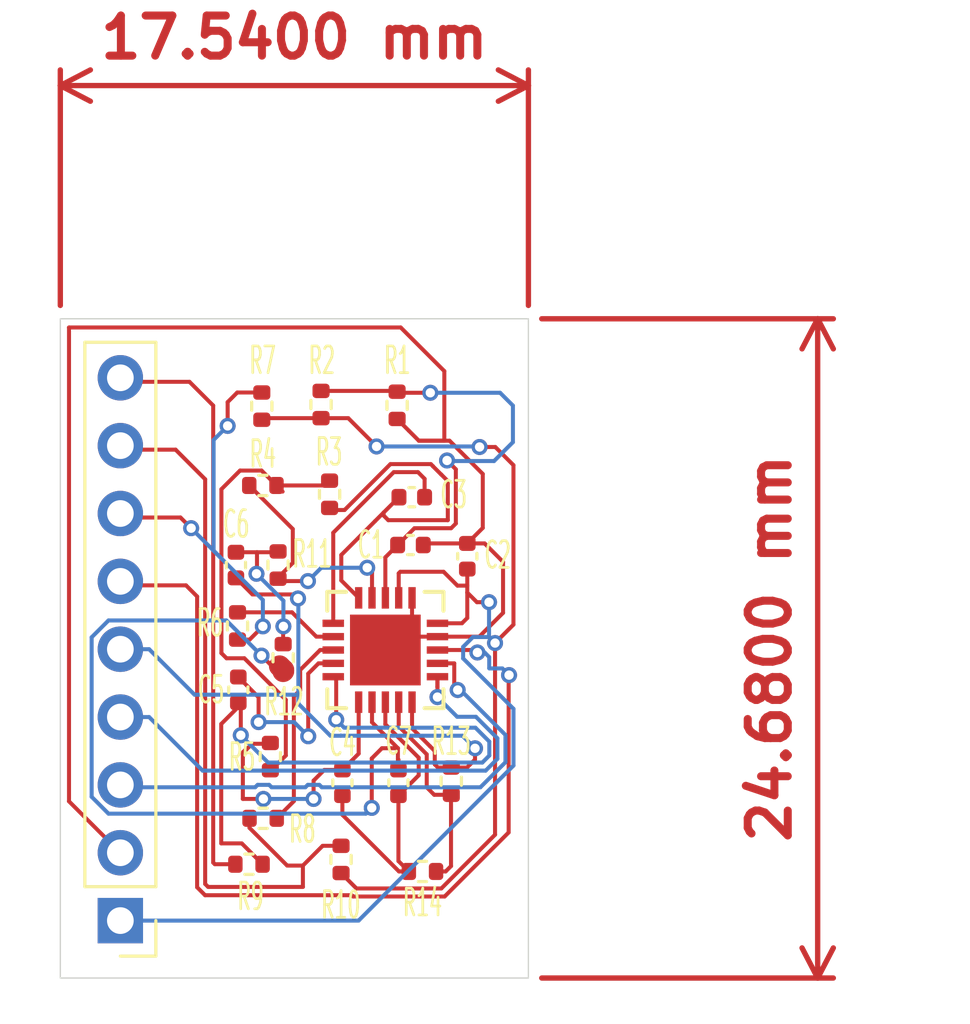
<source format=kicad_pcb>
(kicad_pcb (version 20241229) (generator "pcbnew") (generator_version "9.0")
  (layers (0 "F.Cu" signal) (2 "B.Cu" signal) (13 "F.Paste" user) (15 "B.Paste" user) (5 "F.SilkS" user "F.Silkscreen") (7 "B.SilkS" user "B.Silkscreen") (1 "F.Mask" user) (3 "B.Mask" user) (25 "Edge.Cuts" user))
  (net 0 "")
  (net 1 "GND")
  (net 2 "/REFIN")
  (net 3 "+Vs")
  (net 4 "/HPSENSE")
  (net 5 "/HPDRIVE")
  (net 6 "/REFOUT")
  (net 7 "/SW")
  (net 8 "/RLDFB")
  (net 9 "/RLD")
  (net 10 "Net-(C6-Pad2)")
  (net 11 "/OUT")
  (net 12 "/OPAMP+")
  (net 13 "/LO-")
  (net 14 "/nSDN")
  (net 15 "/+IN")
  (net 16 "/LO+")
  (net 17 "/OPAMP-")
  (net 18 "/IAOUT")
  (net 19 "/-IN")
  (net 20 "/RL")
  (net 21 "/LA")
  (net 22 "/RA")
  (net 23 "Net-(R3-Pad2)")
  (footprint "Capacitor_SMD:C_0402_1005Metric" (layer "F.Cu") (at 133.5 84.2 -90)
    (property "Reference" "C5" (at 0 1.02 180) (layer "F.SilkS") (effects (font (size 1 0.5) (thickness 0.1))))
    (property "Value" "1nF" (hide yes))
    (fp_line (start -0.107836 0.36) (end 0.107836 0.36) (stroke (width 0.12)) (layer "F.SilkS"))
    (fp_line (start -0.107836 -0.36) (end 0.107836 -0.36) (stroke (width 0.12)) (layer "F.SilkS"))
    (pad "1" smd roundrect (at -0.48 0 270) (size 0.56 0.62) (layers "F.Cu" "F.Mask" "F.Paste") (net 8 "/RLDFB"))
    (pad "2" smd roundrect (at 0.48 0 270) (size 0.56 0.62) (layers "F.Cu" "F.Mask" "F.Paste") (net 9 "/RLD"))
  )
  (footprint "Resistor_SMD:R_0402_1005Metric" (layer "F.Cu") (at 137.35 90.55 -90)
    (property "Reference" "R10" (at 1.71 0.01 180) (layer "F.SilkS") (effects (font (size 1 0.5) (thickness 0.1))))
    (property "Value" "10M" (hide yes))
    (fp_line (start -0.153641 0.38) (end 0.153641 0.38) (stroke (width 0.12)) (layer "F.SilkS"))
    (fp_line (start -0.153641 -0.38) (end 0.153641 -0.38) (stroke (width 0.12)) (layer "F.SilkS"))
    (pad "1" smd roundrect (at -0.51 0 270) (size 0.54 0.64) (layers "F.Cu" "F.Mask" "F.Paste") (net 22 "/RA"))
    (pad "2" smd roundrect (at 0.51 0 270) (size 0.54 0.64) (layers "F.Cu" "F.Mask" "F.Paste") (net 3 "+Vs"))
  )
  (footprint "Resistor_SMD:R_0402_1005Metric" (layer "F.Cu") (at 136.6 73.52 -90)
    (property "Reference" "R2" (at -1.65 -0.03 180) (layer "F.SilkS") (effects (font (size 1 0.5) (thickness 0.1))))
    (property "Value" "10M" (hide yes))
    (fp_line (start -0.153641 0.38) (end 0.153641 0.38) (stroke (width 0.12)) (layer "F.SilkS"))
    (fp_line (start -0.153641 -0.38) (end 0.153641 -0.38) (stroke (width 0.12)) (layer "F.SilkS"))
    (pad "1" smd roundrect (at -0.51 0 270) (size 0.54 0.64) (layers "F.Cu" "F.Mask" "F.Paste") (net 2 "/REFIN"))
    (pad "2" smd roundrect (at 0.51 0 270) (size 0.54 0.64) (layers "F.Cu" "F.Mask" "F.Paste") (net 3 "+Vs"))
  )
  (footprint "Capacitor_SMD:C_0402_1005Metric" (layer "F.Cu") (at 137.4 87.68 90)
    (property "Reference" "C4" (at 1.5 0 180) (layer "F.SilkS") (effects (font (size 1 0.5) (thickness 0.1))))
    (property "Value" "0.33uF" (hide yes))
    (fp_line (start -0.107836 -0.36) (end 0.107836 -0.36) (stroke (width 0.12)) (layer "F.SilkS"))
    (fp_line (start -0.107836 0.36) (end 0.107836 0.36) (stroke (width 0.12)) (layer "F.SilkS"))
    (pad "1" smd roundrect (at -0.48 0 90) (size 0.56 0.62) (layers "F.Cu" "F.Mask" "F.Paste") (net 6 "/REFOUT"))
    (pad "2" smd roundrect (at 0.48 0 90) (size 0.56 0.62) (layers "F.Cu" "F.Mask" "F.Paste") (net 7 "/SW"))
  )
  (footprint "Resistor_SMD:R_0402_1005Metric" (layer "F.Cu") (at 134.43 89.01 180)
    (property "Reference" "R8" (at -1.47 -0.41 0) (layer "F.SilkS") (effects (font (size 1 0.5) (thickness 0.1))))
    (property "Value" "180K" (hide yes))
    (fp_line (start -0.153641 0.38) (end 0.153641 0.38) (stroke (width 0.12)) (layer "F.SilkS"))
    (fp_line (start -0.153641 -0.38) (end 0.153641 -0.38) (stroke (width 0.12)) (layer "F.SilkS"))
    (pad "1" smd roundrect (at -0.51 0 180) (size 0.54 0.64) (layers "F.Cu" "F.Mask" "F.Paste") (net 19 "/-IN"))
    (pad "2" smd roundrect (at 0.51 0 180) (size 0.54 0.64) (layers "F.Cu" "F.Mask" "F.Paste") (net 22 "/RA"))
  )
  (footprint "Resistor_SMD:R_0402_1005Metric" (layer "F.Cu") (at 134.38 73.58 -90)
    (property "Reference" "R7" (at -1.71 -0.03 180) (layer "F.SilkS") (effects (font (size 1 0.5) (thickness 0.1) (bold yes))))
    (property "Value" "10M" (hide yes))
    (fp_line (start -0.153641 0.38) (end 0.153641 0.38) (stroke (width 0.12)) (layer "F.SilkS"))
    (fp_line (start -0.153641 -0.38) (end 0.153641 -0.38) (stroke (width 0.12)) (layer "F.SilkS"))
    (pad "1" smd roundrect (at -0.51 0 270) (size 0.54 0.64) (layers "F.Cu" "F.Mask" "F.Paste") (net 21 "/LA"))
    (pad "2" smd roundrect (at 0.51 0 270) (size 0.54 0.64) (layers "F.Cu" "F.Mask" "F.Paste") (net 3 "+Vs"))
  )
  (footprint "Resistor_SMD:R_0402_1005Metric" (layer "F.Cu") (at 134.7 86.7 90)
    (property "Reference" "R5" (at -0.02 -1.06 180) (layer "F.SilkS") (effects (font (size 1 0.5) (thickness 0.1))))
    (property "Value" "1.4M" (hide yes))
    (fp_line (start -0.153641 -0.38) (end 0.153641 -0.38) (stroke (width 0.12)) (layer "F.SilkS"))
    (fp_line (start -0.153641 0.38) (end 0.153641 0.38) (stroke (width 0.12)) (layer "F.SilkS"))
    (pad "1" smd roundrect (at -0.51 0 90) (size 0.54 0.64) (layers "F.Cu" "F.Mask" "F.Paste") (net 23 "Net-(R3-Pad2)"))
    (pad "2" smd roundrect (at 0.51 0 90) (size 0.54 0.64) (layers "F.Cu" "F.Mask" "F.Paste") (net 7 "/SW"))
  )
  (footprint "Capacitor_SMD:C_0402_1005Metric" (layer "F.Cu") (at 142.08 79.2 90)
    (property "Reference" "C2" (at 0.04 1.14 180) (layer "F.SilkS") (effects (font (size 1 0.5) (thickness 0.1))))
    (property "Value" "0.1uF" (hide yes))
    (fp_line (start -0.107836 -0.36) (end 0.107836 -0.36) (stroke (width 0.12)) (layer "F.SilkS"))
    (fp_line (start -0.107836 0.36) (end 0.107836 0.36) (stroke (width 0.12)) (layer "F.SilkS"))
    (pad "1" smd roundrect (at -0.48 0 90) (size 0.56 0.62) (layers "F.Cu" "F.Mask" "F.Paste") (net 3 "+Vs"))
    (pad "2" smd roundrect (at 0.48 0 90) (size 0.56 0.62) (layers "F.Cu" "F.Mask" "F.Paste") (net 1 "GND"))
  )
  (footprint "Resistor_SMD:R_0402_1005Metric" (layer "F.Cu") (at 136.92 76.88 90)
    (property "Reference" "R3" (at 1.58 -0.02 180) (layer "F.SilkS") (effects (font (size 1 0.5) (thickness 0.1))))
    (property "Value" "10M" (hide yes))
    (fp_line (start -0.153641 -0.38) (end 0.153641 -0.38) (stroke (width 0.12)) (layer "F.SilkS"))
    (fp_line (start -0.153641 0.38) (end 0.153641 0.38) (stroke (width 0.12)) (layer "F.SilkS"))
    (pad "1" smd roundrect (at -0.51 0 90) (size 0.54 0.64) (layers "F.Cu" "F.Mask" "F.Paste") (net 4 "/HPSENSE"))
    (pad "2" smd roundrect (at 0.51 0 90) (size 0.54 0.64) (layers "F.Cu" "F.Mask" "F.Paste") (net 23 "Net-(R3-Pad2)"))
  )
  (footprint "Connector_PinHeader_2.54mm:PinHeader_1x09_P2.54mm_Vertical" (layer "F.Cu") (at 129.08 92.84 180)
    (property "Reference" "J1" (hide yes))
    (property "Value" "Conn_01x09" (hide yes))
    (fp_line (start 1.33 1.27) (end 1.33 21.65) (stroke (width 0.12)) (layer "F.SilkS"))
    (fp_line (start -1.33 21.65) (end 1.33 21.65) (stroke (width 0.12)) (layer "F.SilkS"))
    (fp_line (start -1.33 1.27) (end 1.33 1.27) (stroke (width 0.12)) (layer "F.SilkS"))
    (fp_line (start -1.33 1.27) (end -1.33 21.65) (stroke (width 0.12)) (layer "F.SilkS"))
    (fp_line (start -1.33 0) (end -1.33 -1.33) (stroke (width 0.12)) (layer "F.SilkS"))
    (fp_line (start -1.33 -1.33) (end 0 -1.33) (stroke (width 0.12)) (layer "F.SilkS"))
    (pad "1" thru_hole rect (at 0 0 180) (size 1.7 1.7) (drill 1) (layers "*.Cu" "*.Mask") (net 3 "+Vs"))
    (pad "2" thru_hole oval (at 0 2.54 180) (size 1.7 1.7) (drill 1) (layers "*.Cu" "*.Mask") (net 1 "GND"))
    (pad "3" thru_hole oval (at 0 5.08 180) (size 1.7 1.7) (drill 1) (layers "*.Cu" "*.Mask") (net 16 "/LO+"))
    (pad "4" thru_hole oval (at 0 7.62 180) (size 1.7 1.7) (drill 1) (layers "*.Cu" "*.Mask") (net 13 "/LO-"))
    (pad "5" thru_hole oval (at 0 10.16 180) (size 1.7 1.7) (drill 1) (layers "*.Cu" "*.Mask") (net 11 "/OUT"))
    (pad "6" thru_hole oval (at 0 12.7 180) (size 1.7 1.7) (drill 1) (layers "*.Cu" "*.Mask") (net 14 "/nSDN"))
    (pad "7" thru_hole oval (at 0 15.24 180) (size 1.7 1.7) (drill 1) (layers "*.Cu" "*.Mask") (net 21 "/LA"))
    (pad "8" thru_hole oval (at 0 17.78 180) (size 1.7 1.7) (drill 1) (layers "*.Cu" "*.Mask") (net 22 "/RA"))
    (pad "9" thru_hole oval (at 0 20.32 180) (size 1.7 1.7) (drill 1) (layers "*.Cu" "*.Mask") (net 20 "/RL"))
  )
  (footprint "Capacitor_SMD:C_0402_1005Metric" (layer "F.Cu") (at 133.41 79.53 90)
    (property "Reference" "C6" (at 1.53 0.01 180) (layer "F.SilkS") (effects (font (size 1 0.5) (thickness 0.1))))
    (property "Value" "1.5nF" (hide yes))
    (fp_line (start -0.107836 -0.36) (end 0.107836 -0.36) (stroke (width 0.12)) (layer "F.SilkS"))
    (fp_line (start -0.107836 0.36) (end 0.107836 0.36) (stroke (width 0.12)) (layer "F.SilkS"))
    (pad "1" smd roundrect (at -0.48 0 90) (size 0.56 0.62) (layers "F.Cu" "F.Mask" "F.Paste") (net 11 "/OUT"))
    (pad "2" smd roundrect (at 0.48 0 90) (size 0.56 0.62) (layers "F.Cu" "F.Mask" "F.Paste") (net 10 "Net-(C6-Pad2)"))
  )
  (footprint "Capacitor_SMD:C_0402_1005Metric" (layer "F.Cu") (at 139.95 78.78)
    (property "Reference" "C1" (at -1.48 0 180) (layer "F.SilkS") (effects (font (size 1 0.5) (thickness 0.1))))
    (property "Value" "0.1uF" (hide yes))
    (fp_line (start -0.107836 -0.36) (end 0.107836 -0.36) (stroke (width 0.12)) (layer "F.SilkS"))
    (fp_line (start -0.107836 0.36) (end 0.107836 0.36) (stroke (width 0.12)) (layer "F.SilkS"))
    (pad "1" smd roundrect (at -0.48 0) (size 0.56 0.62) (layers "F.Cu" "F.Mask" "F.Paste") (net 2 "/REFIN"))
    (pad "2" smd roundrect (at 0.48 0) (size 0.56 0.62) (layers "F.Cu" "F.Mask" "F.Paste") (net 1 "GND"))
  )
  (footprint "Resistor_SMD:R_0402_1005Metric" (layer "F.Cu") (at 133.47 81.81 90)
    (property "Reference" "R6" (at 0.11 -1.03 180) (layer "F.SilkS") (effects (font (size 1 0.5) (thickness 0.1))))
    (property "Value" "180K" (hide yes))
    (fp_line (start -0.153641 -0.38) (end 0.153641 -0.38) (stroke (width 0.12)) (layer "F.SilkS"))
    (fp_line (start -0.153641 0.38) (end 0.153641 0.38) (stroke (width 0.12)) (layer "F.SilkS"))
    (pad "1" smd roundrect (at -0.51 0 90) (size 0.54 0.64) (layers "F.Cu" "F.Mask" "F.Paste") (net 21 "/LA"))
    (pad "2" smd roundrect (at 0.51 0 90) (size 0.54 0.64) (layers "F.Cu" "F.Mask" "F.Paste") (net 15 "/+IN"))
  )
  (footprint "Resistor_SMD:R_0402_1005Metric" (layer "F.Cu") (at 134.42 76.55)
    (property "Reference" "R4" (at 0 -1.17 0) (layer "F.SilkS") (effects (font (size 1 0.5) (thickness 0.1))))
    (property "Value" "10M" (hide yes))
    (fp_line (start -0.153641 -0.38) (end 0.153641 -0.38) (stroke (width 0.12)) (layer "F.SilkS"))
    (fp_line (start -0.153641 0.38) (end 0.153641 0.38) (stroke (width 0.12)) (layer "F.SilkS"))
    (pad "1" smd roundrect (at -0.51 0) (size 0.54 0.64) (layers "F.Cu" "F.Mask" "F.Paste") (net 18 "/IAOUT"))
    (pad "2" smd roundrect (at 0.51 0) (size 0.54 0.64) (layers "F.Cu" "F.Mask" "F.Paste") (net 23 "Net-(R3-Pad2)"))
  )
  (footprint "Resistor_SMD:R_0402_1005Metric" (layer "F.Cu") (at 135.18 83 -90)
    (property "Reference" "R12" (at 1.65 -0.03 180) (layer "F.SilkS") (effects (font (size 1 0.5) (thickness 0.1))))
    (property "Value" "1M" (hide yes))
    (fp_line (start -0.153641 0.38) (end 0.153641 0.38) (stroke (width 0.12)) (layer "F.SilkS"))
    (fp_line (start -0.153641 -0.38) (end 0.153641 -0.38) (stroke (width 0.12)) (layer "F.SilkS"))
    (pad "1" smd roundrect (at -0.51 0 270) (size 0.54 0.64) (layers "F.Cu" "F.Mask" "F.Paste") (net 10 "Net-(C6-Pad2)"))
    (pad "2" smd roundrect (at 0.51 0 270) (size 0.54 0.64) (layers "F.Cu" "F.Mask" "F.Paste") (net 12 "/OPAMP+"))
  )
  (footprint "Resistor_SMD:R_0402_1005Metric" (layer "F.Cu") (at 139.45 73.55 -90)
    (property "Reference" "R1" (at -1.68 -0.01 180) (layer "F.SilkS") (effects (font (size 1 0.5) (thickness 0.1))))
    (property "Value" "10M" (hide yes))
    (fp_line (start -0.153641 0.38) (end 0.153641 0.38) (stroke (width 0.12)) (layer "F.SilkS"))
    (fp_line (start -0.153641 -0.38) (end 0.153641 -0.38) (stroke (width 0.12)) (layer "F.SilkS"))
    (pad "1" smd roundrect (at -0.51 0 270) (size 0.54 0.64) (layers "F.Cu" "F.Mask" "F.Paste") (net 2 "/REFIN"))
    (pad "2" smd roundrect (at 0.51 0 270) (size 0.54 0.64) (layers "F.Cu" "F.Mask" "F.Paste") (net 1 "GND"))
  )
  (footprint "Capacitor_SMD:C_0402_1005Metric" (layer "F.Cu") (at 139.5 87.68 90)
    (property "Reference" "C7" (at 1.55 0.01 180) (layer "F.SilkS") (effects (font (size 1 0.5) (thickness 0.1))))
    (property "Value" "10nF" (hide yes))
    (fp_line (start -0.107836 -0.36) (end 0.107836 -0.36) (stroke (width 0.12)) (layer "F.SilkS"))
    (fp_line (start -0.107836 0.36) (end 0.107836 0.36) (stroke (width 0.12)) (layer "F.SilkS"))
    (pad "1" smd roundrect (at -0.48 0 90) (size 0.56 0.62) (layers "F.Cu" "F.Mask" "F.Paste") (net 6 "/REFOUT"))
    (pad "2" smd roundrect (at 0.48 0 90) (size 0.56 0.62) (layers "F.Cu" "F.Mask" "F.Paste") (net 12 "/OPAMP+"))
  )
  (footprint "Resistor_SMD:R_0402_1005Metric" (layer "F.Cu") (at 133.9 90.73)
    (property "Reference" "R9" (at 0.06 1.21 0) (layer "F.SilkS") (effects (font (size 1 0.5) (thickness 0.1))))
    (property "Value" "360K" (hide yes))
    (fp_line (start -0.153641 -0.38) (end 0.153641 -0.38) (stroke (width 0.12)) (layer "F.SilkS"))
    (fp_line (start -0.153641 0.38) (end 0.153641 0.38) (stroke (width 0.12)) (layer "F.SilkS"))
    (pad "1" smd roundrect (at -0.51 0) (size 0.54 0.64) (layers "F.Cu" "F.Mask" "F.Paste") (net 20 "/RL"))
    (pad "2" smd roundrect (at 0.51 0) (size 0.54 0.64) (layers "F.Cu" "F.Mask" "F.Paste") (net 9 "/RLD"))
  )
  (footprint "Resistor_SMD:R_0402_1005Metric" (layer "F.Cu") (at 140.4 91)
    (property "Reference" "R14" (at 0 1.17 0) (layer "F.SilkS") (effects (font (size 1 0.5) (thickness 0.1))))
    (property "Value" "100K" (hide yes))
    (fp_line (start -0.153641 -0.38) (end 0.153641 -0.38) (stroke (width 0.12)) (layer "F.SilkS"))
    (fp_line (start -0.153641 0.38) (end 0.153641 0.38) (stroke (width 0.12)) (layer "F.SilkS"))
    (pad "1" smd roundrect (at -0.51 0) (size 0.54 0.64) (layers "F.Cu" "F.Mask" "F.Paste") (net 6 "/REFOUT"))
    (pad "2" smd roundrect (at 0.51 0) (size 0.54 0.64) (layers "F.Cu" "F.Mask" "F.Paste") (net 17 "/OPAMP-"))
  )
  (footprint "Resistor_SMD:R_0402_1005Metric" (layer "F.Cu") (at 141.48 87.62 90)
    (property "Reference" "R13" (at 1.49 0 0) (layer "F.SilkS") (effects (font (size 1 0.5) (thickness 0.1))))
    (property "Value" "1M" (hide yes))
    (fp_line (start -0.153641 -0.38) (end 0.153641 -0.38) (stroke (width 0.12)) (layer "F.SilkS"))
    (fp_line (start -0.153641 0.38) (end 0.153641 0.38) (stroke (width 0.12)) (layer "F.SilkS"))
    (pad "1" smd roundrect (at -0.51 0 90) (size 0.54 0.64) (layers "F.Cu" "F.Mask" "F.Paste") (net 17 "/OPAMP-"))
    (pad "2" smd roundrect (at 0.51 0 90) (size 0.54 0.64) (layers "F.Cu" "F.Mask" "F.Paste") (net 11 "/OUT"))
  )
  (footprint "Capacitor_SMD:C_0402_1005Metric" (layer "F.Cu") (at 140 76.99)
    (property "Reference" "C3" (at 1.57 -0.09 0) (layer "F.SilkS") (effects (font (size 1 0.5) (thickness 0.1))))
    (property "Value" "0.33uF" (hide yes))
    (fp_line (start -0.107836 -0.36) (end 0.107836 -0.36) (stroke (width 0.12)) (layer "F.SilkS"))
    (fp_line (start -0.107836 0.36) (end 0.107836 0.36) (stroke (width 0.12)) (layer "F.SilkS"))
    (pad "1" smd roundrect (at -0.48 0) (size 0.56 0.62) (layers "F.Cu" "F.Mask" "F.Paste") (net 4 "/HPSENSE"))
    (pad "2" smd roundrect (at 0.48 0) (size 0.56 0.62) (layers "F.Cu" "F.Mask" "F.Paste") (net 5 "/HPDRIVE"))
  )
  (footprint "Resistor_SMD:R_0402_1005Metric" (layer "F.Cu") (at 134.99 79.53 90)
    (property "Reference" "R11" (at 0.41 1.27 180) (layer "F.SilkS") (effects (font (size 1 0.5) (thickness 0.1))))
    (property "Value" "1M" (hide yes))
    (fp_line (start -0.153641 -0.38) (end 0.153641 -0.38) (stroke (width 0.12)) (layer "F.SilkS"))
    (fp_line (start -0.153641 0.38) (end 0.153641 0.38) (stroke (width 0.12)) (layer "F.SilkS"))
    (pad "1" smd roundrect (at -0.51 0 90) (size 0.54 0.64) (layers "F.Cu" "F.Mask" "F.Paste") (net 18 "/IAOUT"))
    (pad "2" smd roundrect (at 0.51 0 90) (size 0.54 0.64) (layers "F.Cu" "F.Mask" "F.Paste") (net 10 "Net-(C6-Pad2)"))
  )
  (footprint "myLibrary:CP_20_10_ADI" (layer "F.Cu") (at 139.01 82.71 90)
    (property "Reference" "IC1" (hide yes))
    (property "Value" "AD8232ACPZ-R7" (hide yes))
    (fp_line (start 2.177 -2.177) (end 1.470041 -2.177) (stroke (width 0.1524)) (layer "F.SilkS"))
    (fp_line (start -1.470041 -2.177) (end -2.177 -2.177) (stroke (width 0.1524)) (layer "F.SilkS"))
    (fp_line (start -2.177 -2.177) (end -2.177 -1.470041) (stroke (width 0.1524)) (layer "F.SilkS"))
    (fp_line (start 2.177 -1.470041) (end 2.177 -2.177) (stroke (width 0.1524)) (layer "F.SilkS"))
    (fp_line (start -2.177 1.470041) (end -2.177 2.177) (stroke (width 0.1524)) (layer "F.SilkS"))
    (fp_line (start 2.177 2.177) (end 2.177 1.470041) (stroke (width 0.1524)) (layer "F.SilkS"))
    (fp_line (start 1.470041 2.177) (end 2.177 2.177) (stroke (width 0.1524)) (layer "F.SilkS"))
    (fp_line (start -2.177 2.177) (end -1.470041 2.177) (stroke (width 0.1524)) (layer "F.SilkS"))
    (pad "1" smd rect (at 1.000001 -1.952399 90) (size 0.2746 0.8048) (layers "F.Cu" "F.Mask" "F.Paste") (net 5 "/HPDRIVE"))
    (pad "2" smd rect (at 0.499999 -1.952399 90) (size 0.2746 0.8048) (layers "F.Cu" "F.Mask" "F.Paste") (net 15 "/+IN"))
    (pad "3" smd rect (at 0 -1.952399 90) (size 0.2746 0.8048) (layers "F.Cu" "F.Mask" "F.Paste") (net 19 "/-IN"))
    (pad "4" smd rect (at -0.499999 -1.952399 90) (size 0.2746 0.8048) (layers "F.Cu" "F.Mask" "F.Paste") (net 8 "/RLDFB"))
    (pad "5" smd rect (at -1.000001 -1.952399 90) (size 0.2746 0.8048) (layers "F.Cu" "F.Mask" "F.Paste") (net 9 "/RLD"))
    (pad "6" smd rect (at -1.952399 -1.000001 180) (size 0.2746 0.8048) (layers "F.Cu" "F.Mask" "F.Paste") (net 7 "/SW"))
    (pad "7" smd rect (at -1.952399 -0.499999 180) (size 0.2746 0.8048) (layers "F.Cu" "F.Mask" "F.Paste") (net 12 "/OPAMP+"))
    (pad "8" smd rect (at -1.952399 0 180) (size 0.2746 0.8048) (layers "F.Cu" "F.Mask" "F.Paste") (net 6 "/REFOUT"))
    (pad "9" smd rect (at -1.952399 0.499999 180) (size 0.2746 0.8048) (layers "F.Cu" "F.Mask" "F.Paste") (net 17 "/OPAMP-"))
    (pad "10" smd rect (at -1.952399 1.000001 180) (size 0.2746 0.8048) (layers "F.Cu" "F.Mask" "F.Paste") (net 11 "/OUT"))
    (pad "11" smd rect (at -1.000001 1.952399 90) (size 0.2746 0.8048) (layers "F.Cu" "F.Mask" "F.Paste") (net 13 "/LO-"))
    (pad "12" smd rect (at -0.499999 1.952399 90) (size 0.2746 0.8048) (layers "F.Cu" "F.Mask" "F.Paste") (net 16 "/LO+"))
    (pad "13" smd rect (at 0 1.952399 90) (size 0.2746 0.8048) (layers "F.Cu" "F.Mask" "F.Paste") (net 14 "/nSDN"))
    (pad "14" smd rect (at 0.499999 1.952399 90) (size 0.2746 0.8048) (layers "F.Cu" "F.Mask" "F.Paste") (net 1 "GND"))
    (pad "15" smd rect (at 1.000001 1.952399 90) (size 0.2746 0.8048) (layers "F.Cu" "F.Mask" "F.Paste") (net 3 "+Vs"))
    (pad "16" smd rect (at 1.952399 1.000001 180) (size 0.2746 0.8048) (layers "F.Cu" "F.Mask" "F.Paste") (net 1 "GND"))
    (pad "17" smd rect (at 1.952399 0.499999 180) (size 0.2746 0.8048) (layers "F.Cu" "F.Mask" "F.Paste") (net 3 "+Vs"))
    (pad "18" smd rect (at 1.952399 0 180) (size 0.2746 0.8048) (layers "F.Cu" "F.Mask" "F.Paste") (net 2 "/REFIN"))
    (pad "19" smd rect (at 1.952399 -0.499999 180) (size 0.2746 0.8048) (layers "F.Cu" "F.Mask" "F.Paste") (net 18 "/IAOUT"))
    (pad "20" smd rect (at 1.952399 -1.000001 180) (size 0.2746 0.8048) (layers "F.Cu" "F.Mask" "F.Paste") (net 4 "/HPSENSE"))
    (pad "21" smd rect (at 0 0 90) (size 2.65 2.65) (layers "F.Cu" "F.Mask" "F.Paste") (net 1 "GND"))
  )
  (gr_rect (start 126.83 70.31) (end 144.37 94.99) (stroke (width 0.05)) (fill no) (layer "Edge.Cuts"))
  (dimension (type orthogonal) (layer "F.Cu") (pts (xy 144.37 70.31) (xy 144.37 94.99)) (height 10.84) (orientation 1) (format (prefix "") (suffix "") (units 3) (units_format 1) (precision 4)) (style (thickness 0.2) (arrow_length 1.27) (text_position_mode 0) (arrow_direction outward) (extension_height 0.58642) (extension_offset 0.5) (keep_text_aligned yes)) (gr_text "24.6800 mm" (at 153.41 82.65 90) (layer "F.Cu") (effects (font (size 1.5 1.5) (thickness 0.3)))))
  (dimension (type orthogonal) (layer "F.Cu") (pts (xy 144.37 70.31) (xy 126.83 70.31)) (height -8.73) (orientation 0) (format (prefix "") (suffix "") (units 3) (units_format 1) (precision 4)) (style (thickness 0.2) (arrow_length 1.27) (text_position_mode 0) (arrow_direction outward) (extension_height 0.58642) (extension_offset 0.5) (keep_text_aligned yes)) (gr_text "17.5400 mm" (at 135.6 59.78 0) (layer "F.Cu") (effects (font (size 1.5 1.5) (thickness 0.3)))))
  (segment (start 142.66 76.12) (end 142.66 78.14) (width 0.15) (layer "F.Cu") (net 1))
  (segment (start 139.586 70.636) (end 141.22 72.27) (width 0.15) (layer "F.Cu") (net 1))
  (segment (start 142.08 78.72) (end 140.49 78.72) (width 0.15) (layer "F.Cu") (net 1))
  (segment (start 139.45 74.06) (end 139.889 74.4989) (width 0.15) (layer "F.Cu") (net 1))
  (segment (start 141.22 74.875) (end 140.265 74.875) (width 0.15) (layer "F.Cu") (net 1))
  (segment (start 139.51 82.21) (end 140.9624 82.21) (width 0.15) (layer "F.Cu") (net 1))
  (segment (start 143.42 79.41) (end 142.73 78.72) (width 0.15) (layer "F.Cu") (net 1))
  (segment (start 141.22 74.875) (end 141.415 74.875) (width 0.15) (layer "F.Cu") (net 1))
  (segment (start 142.53 82.21) (end 143.42 81.32) (width 0.15) (layer "F.Cu") (net 1))
  (segment (start 140.01 81.71) (end 139.51 82.21) (width 0.15) (layer "F.Cu") (net 1))
  (segment (start 141.415 74.875) (end 142.66 76.12) (width 0.15) (layer "F.Cu") (net 1))
  (segment (start 139.889 74.4989) (end 140.265 74.875) (width 0.15) (layer "F.Cu") (net 1))
  (segment (start 140.9624 82.21) (end 142.53 82.21) (width 0.15) (layer "F.Cu") (net 1))
  (segment (start 143.42 81.32) (end 143.42 79.41) (width 0.15) (layer "F.Cu") (net 1))
  (segment (start 142.66 78.14) (end 142.08 78.72) (width 0.15) (layer "F.Cu") (net 1))
  (segment (start 140.49 78.72) (end 140.43 78.78) (width 0.15) (layer "F.Cu") (net 1))
  (segment (start 140.01 80.7576) (end 140.01 81.71) (width 0.15) (layer "F.Cu") (net 1))
  (segment (start 127.156 88.376) (end 127.156 70.636) (width 0.15) (layer "F.Cu") (net 1))
  (segment (start 142.73 78.72) (end 142.08 78.72) (width 0.15) (layer "F.Cu") (net 1))
  (segment (start 127.156 70.636) (end 139.586 70.636) (width 0.15) (layer "F.Cu") (net 1))
  (segment (start 129.08 90.3) (end 127.156 88.376) (width 0.15) (layer "F.Cu") (net 1))
  (segment (start 139.51 82.21) (end 139.26 82.46) (width 0.15) (layer "F.Cu") (net 1))
  (segment (start 139.26 82.46) (end 139.01 82.71) (width 0.15) (layer "F.Cu") (net 1))
  (segment (start 139.01 82.71) (end 139.26 82.46) (width 0.15) (layer "F.Cu") (net 1))
  (segment (start 139.26 82.46) (end 139.51 82.21) (width 0.15) (layer "F.Cu") (net 1))
  (segment (start 141.22 72.27) (end 141.22 74.875) (width 0.15) (layer "F.Cu") (net 1))
  (segment (start 140.265 74.875) (end 141.22 74.875) (width 0.15) (layer "F.Cu") (net 1))
  (segment (start 139.47 78.78) (end 140.099 78.151) (width 0.15) (layer "F.Cu") (net 2))
  (segment (start 140.099 78.151) (end 141.475 78.151) (width 0.15) (layer "F.Cu") (net 2))
  (segment (start 141.651 77.9747) (end 141.651 75.9445) (width 0.15) (layer "F.Cu") (net 2))
  (segment (start 140.695 73.08) (end 139.49 73.08) (width 0.15) (layer "F.Cu") (net 2))
  (segment (start 141.475 78.151) (end 141.651 77.9747) (width 0.15) (layer "F.Cu") (net 2))
  (segment (start 136.6 73.01) (end 139.42 73.01) (width 0.15) (layer "F.Cu") (net 2))
  (segment (start 139.01 79.24) (end 139.01 80.7576) (width 0.15) (layer "F.Cu") (net 2))
  (segment (start 139.47 78.78) (end 139.01 79.24) (width 0.15) (layer "F.Cu") (net 2))
  (segment (start 139.42 73.01) (end 139.45 73.04) (width 0.15) (layer "F.Cu") (net 2))
  (segment (start 139.49 73.08) (end 139.45 73.04) (width 0.15) (layer "F.Cu") (net 2))
  (segment (start 141.651 75.9445) (end 141.321 75.615) (width 0.15) (layer "F.Cu") (net 2))
  (via (at 141.321 75.615) (size 0.6) (drill 0.35) (layers "F.Cu" "B.Cu") (net 2))
  (via (at 140.695 73.08) (size 0.6) (drill 0.35) (layers "F.Cu" "B.Cu") (net 2))
  (segment (start 143.79 74.93) (end 143.79 73.56) (width 0.15) (layer "B.Cu") (net 2))
  (segment (start 141.321 75.615) (end 141.342 75.636) (width 0.15) (layer "B.Cu") (net 2))
  (segment (start 143.31 73.08) (end 140.695 73.08) (width 0.15) (layer "B.Cu") (net 2))
  (segment (start 143.084 75.636) (end 143.79 74.93) (width 0.15) (layer "B.Cu") (net 2))
  (segment (start 141.342 75.636) (end 143.084 75.636) (width 0.15) (layer "B.Cu") (net 2))
  (segment (start 143.79 73.56) (end 143.31 73.08) (width 0.15) (layer "B.Cu") (net 2))
  (segment (start 137.62 74.03) (end 138.68 75.09) (width 0.15) (layer "F.Cu") (net 3))
  (segment (start 143.13 75.11) (end 143.81 75.79) (width 0.15) (layer "F.Cu") (net 3))
  (segment (start 141.107 91.6371) (end 143.12 89.6243) (width 0.15) (layer "F.Cu") (net 3))
  (segment (start 139.51 79.84) (end 139.51 80.7576) (width 0.15) (layer "F.Cu") (net 3))
  (segment (start 137.35 91.06) (end 137.927 91.6371) (width 0.15) (layer "F.Cu") (net 3))
  (segment (start 142.08 79.68) (end 142.08 80.3) (width 0.15) (layer "F.Cu") (net 3))
  (segment (start 142.08 80.3) (end 142.08 80.56) (width 0.15) (layer "F.Cu") (net 3))
  (segment (start 143.81 81.76) (end 143.12 82.45) (width 0.15) (layer "F.Cu") (net 3))
  (segment (start 142.895 80.92) (end 142.44 80.92) (width 0.15) (layer "F.Cu") (net 3))
  (segment (start 142.08 81.51) (end 141.88 81.71) (width 0.15) (layer "F.Cu") (net 3))
  (segment (start 137.927 91.6371) (end 141.107 91.6371) (width 0.15) (layer "F.Cu") (net 3))
  (segment (start 141.88 81.71) (end 140.9624 81.71) (width 0.15) (layer "F.Cu") (net 3))
  (segment (start 142.08 80.56) (end 142.08 81.51) (width 0.15) (layer "F.Cu") (net 3))
  (segment (start 142.54 75.11) (end 143.13 75.11) (width 0.15) (layer "F.Cu") (net 3))
  (segment (start 142.08 80.3) (end 141.71 80.3) (width 0.15) (layer "F.Cu") (net 3))
  (segment (start 134.44 74.03) (end 134.38 74.09) (width 0.15) (layer "F.Cu") (net 3))
  (segment (start 141.71 80.3) (end 141.19 79.78) (width 0.15) (layer "F.Cu") (net 3))
  (segment (start 139.57 79.78) (end 139.51 79.84) (width 0.15) (layer "F.Cu") (net 3))
  (segment (start 140.9624 81.71) (end 140.962 81.71) (width 0.15) (layer "F.Cu") (net 3))
  (segment (start 142.44 80.92) (end 142.08 80.56) (width 0.15) (layer "F.Cu") (net 3))
  (segment (start 143.12 89.6243) (end 143.12 82.45) (width 0.15) (layer "F.Cu") (net 3))
  (segment (start 141.19 79.78) (end 139.57 79.78) (width 0.15) (layer "F.Cu") (net 3))
  (segment (start 136.6 74.03) (end 134.44 74.03) (width 0.15) (layer "F.Cu") (net 3))
  (segment (start 143.81 75.79) (end 143.81 81.76) (width 0.15) (layer "F.Cu") (net 3))
  (segment (start 136.6 74.03) (end 137.62 74.03) (width 0.15) (layer "F.Cu") (net 3))
  (via (at 143.12 82.45) (size 0.6) (drill 0.35) (layers "F.Cu" "B.Cu") (net 3))
  (via (at 142.895 80.92) (size 0.6) (drill 0.35) (layers "F.Cu" "B.Cu") (net 3))
  (via (at 138.68 75.09) (size 0.6) (drill 0.35) (layers "F.Cu" "B.Cu") (net 3))
  (via (at 142.54 75.11) (size 0.6) (drill 0.35) (layers "F.Cu" "B.Cu") (net 3))
  (segment (start 138.68 75.09) (end 142.52 75.09) (width 0.15) (layer "B.Cu") (net 3))
  (segment (start 143.811 84.9129) (end 141.925 83.0267) (width 0.15) (layer "B.Cu") (net 3))
  (segment (start 143.12 82.45) (end 142.895 82.225) (width 0.15) (layer "B.Cu") (net 3))
  (segment (start 141.925 83.0267) (end 141.925 82.5914) (width 0.15) (layer "B.Cu") (net 3))
  (segment (start 142.52 75.09) (end 142.54 75.11) (width 0.15) (layer "B.Cu") (net 3))
  (segment (start 129.08 92.84) (end 138.007 92.84) (width 0.15) (layer "B.Cu") (net 3))
  (segment (start 142.291 82.225) (end 142.895 82.225) (width 0.15) (layer "B.Cu") (net 3))
  (segment (start 138.007 92.84) (end 143.811 87.036) (width 0.15) (layer "B.Cu") (net 3))
  (segment (start 141.925 82.5914) (end 142.291 82.225) (width 0.15) (layer "B.Cu") (net 3))
  (segment (start 142.895 82.225) (end 142.895 80.92) (width 0.15) (layer "B.Cu") (net 3))
  (segment (start 143.811 87.036) (end 143.811 84.9129) (width 0.15) (layer "B.Cu") (net 3))
  (segment (start 138.945 77.565) (end 138.945 77.675) (width 0.15) (layer "F.Cu") (net 4))
  (segment (start 139.2 75.75) (end 137.48 77.47) (width 0.15) (layer "F.Cu") (net 4))
  (segment (start 139.52 76.99) (end 138.945 77.565) (width 0.15) (layer "F.Cu") (net 4))
  (segment (start 137.359 79.1514) (end 137.359 80.1066) (width 0.15) (layer "F.Cu") (net 4))
  (segment (start 137.359 80.1066) (end 138.01 80.7576) (width 0.15) (layer "F.Cu") (net 4))
  (segment (start 141.1053 76.141) (end 141.103123 76.141) (width 0.15) (layer "F.Cu") (net 4))
  (segment (start 137.48 77.47) (end 136.99 77.47) (width 0.15) (layer "F.Cu") (net 4))
  (segment (start 140.795 75.832877) (end 140.795 75.8307) (width 0.15) (layer "F.Cu") (net 4))
  (segment (start 140.795 75.8307) (end 140.7143 75.75) (width 0.15) (layer "F.Cu") (net 4))
  (segment (start 138.945 77.675) (end 139.12 77.85) (width 0.15) (layer "F.Cu") (net 4))
  (segment (start 140.7143 75.75) (end 139.2 75.75) (width 0.15) (layer "F.Cu") (net 4))
  (segment (start 138.945 77.565) (end 138.619 77.8909) (width 0.15) (layer "F.Cu") (net 4))
  (segment (start 141.35 77.85) (end 141.35 76.3857) (width 0.15) (layer "F.Cu") (net 4))
  (segment (start 141.35 76.3857) (end 141.1053 76.141) (width 0.15) (layer "F.Cu") (net 4))
  (segment (start 138.619 77.8909) (end 137.359 79.1514) (width 0.15) (layer "F.Cu") (net 4))
  (segment (start 139.12 77.85) (end 141.35 77.85) (width 0.15) (layer "F.Cu") (net 4))
  (segment (start 141.103123 76.141) (end 140.795 75.832877) (width 0.15) (layer "F.Cu") (net 4))
  (segment (start 137.057601 78.318075) (end 137.057601 81.709999) (width 0.15) (layer "F.Cu") (net 5))
  (segment (start 140.231 76.051) (end 139.324676 76.051) (width 0.15) (layer "F.Cu") (net 5))
  (segment (start 139.324676 76.051) (end 137.057601 78.318075) (width 0.15) (layer "F.Cu") (net 5))
  (segment (start 140.48 76.3) (end 140.231 76.051) (width 0.15) (layer "F.Cu") (net 5))
  (segment (start 140.48 76.99) (end 140.48 76.3) (width 0.15) (layer "F.Cu") (net 5))
  (segment (start 137.0576 81.71) (end 137.057601 81.709999) (width 0.15) (layer "F.Cu") (net 5))
  (segment (start 139.52 91) (end 139.89 91) (width 0.15) (layer "F.Cu") (net 6))
  (segment (start 139.01 85.4914) (end 139.01 84.6624) (width 0.15) (layer "F.Cu") (net 6))
  (segment (start 137.4 88.16) (end 137.4 88.88) (width 0.15) (layer "F.Cu") (net 6))
  (segment (start 139.5 88.16) (end 139.5 90.61) (width 0.15) (layer "F.Cu") (net 6))
  (segment (start 140.259 86.7404) (end 139.01 85.4914) (width 0.15) (layer "F.Cu") (net 6))
  (segment (start 139.5 90.61) (end 139.89 91) (width 0.15) (layer "F.Cu") (net 6))
  (segment (start 139.5 88.16) (end 140.259 87.401) (width 0.15) (layer "F.Cu") (net 6))
  (segment (start 140.259 87.401) (end 140.259 86.7404) (width 0.15) (layer "F.Cu") (net 6))
  (segment (start 137.4 88.88) (end 139.52 91) (width 0.15) (layer "F.Cu") (net 6))
  (segment (start 136.32 87.6) (end 136.72 87.2) (width 0.15) (layer "F.Cu") (net 7))
  (segment (start 133.67 88.285) (end 133.67 86.54) (width 0.15) (layer "F.Cu") (net 7))
  (segment (start 134.019 86.22) (end 134.67 86.22) (width 0.15) (layer "F.Cu") (net 7))
  (segment (start 134.67 86.22) (end 134.7 86.19) (width 0.15) (layer "F.Cu") (net 7))
  (segment (start 133.811 86.4279) (end 134.019 86.22) (width 0.15) (layer "F.Cu") (net 7))
  (segment (start 136.32 88.285) (end 136.32 87.6) (width 0.15) (layer "F.Cu") (net 7))
  (segment (start 133.782 86.4279) (end 133.811 86.4279) (width 0.15) (layer "F.Cu") (net 7))
  (segment (start 134.44 88.285) (end 133.67 88.285) (width 0.15) (layer "F.Cu") (net 7))
  (segment (start 138.009999 86.590001) (end 138.009999 84.662399) (width 0.15) (layer "F.Cu") (net 7))
  (segment (start 137.4 87.2) (end 138.009999 86.590001) (width 0.15) (layer "F.Cu") (net 7))
  (segment (start 133.67 86.54) (end 133.782 86.4279) (width 0.15) (layer "F.Cu") (net 7))
  (segment (start 136.72 87.2) (end 137.4 87.2) (width 0.15) (layer "F.Cu") (net 7))
  (segment (start 134.67 86.22) (end 134.7 86.22) (width 0.15) (layer "F.Cu") (net 7))
  (via (at 134.44 88.285) (size 0.6) (drill 0.35) (layers "F.Cu" "B.Cu") (net 7))
  (via (at 136.32 88.285) (size 0.6) (drill 0.35) (layers "F.Cu" "B.Cu") (net 7))
  (segment (start 134.44 88.285) (end 136.32 88.285) (width 0.15) (layer "B.Cu") (net 7))
  (segment (start 136.505 83.21) (end 136.12 83.5952) (width 0.15) (layer "F.Cu") (net 8))
  (segment (start 137.058 83.21) (end 137.0576 83.21) (width 0.15) (layer "F.Cu") (net 8))
  (segment (start 134.26 84.48) (end 133.5 83.72) (width 0.15) (layer "F.Cu") (net 8))
  (segment (start 137.0576 83.21) (end 136.505 83.21) (width 0.15) (layer "F.Cu") (net 8))
  (segment (start 136.12 83.5952) (end 136.12 85.94) (width 0.15) (layer "F.Cu") (net 8))
  (segment (start 134.26 85.41) (end 134.26 84.48) (width 0.15) (layer "F.Cu") (net 8))
  (via (at 134.26 85.41) (size 0.6) (drill 0.35) (layers "F.Cu" "B.Cu") (net 8))
  (via (at 136.12 85.94) (size 0.6) (drill 0.35) (layers "F.Cu" "B.Cu") (net 8))
  (segment (start 135.59 85.41) (end 134.26 85.41) (width 0.15) (layer "B.Cu") (net 8))
  (segment (start 136.12 85.94) (end 135.59 85.41) (width 0.15) (layer "B.Cu") (net 8))
  (segment (start 133.593 84.9332) (end 133.5 84.84) (width 0.15) (layer "F.Cu") (net 9))
  (segment (start 137.168 85.32) (end 137.168 83.8208) (width 0.15) (layer "F.Cu") (net 9))
  (segment (start 133.593 85.9019) (end 133.593 84.9332) (width 0.15) (layer "F.Cu") (net 9))
  (segment (start 132.86 89.95) (end 132.86 85.48) (width 0.15) (layer "F.Cu") (net 9))
  (segment (start 137.113 83.7654) (end 137.058 83.71) (width 0.15) (layer "F.Cu") (net 9))
  (segment (start 137.168 83.8208) (end 137.113 83.7654) (width 0.15) (layer "F.Cu") (net 9))
  (segment (start 133.5 84.84) (end 133.5 84.68) (width 0.15) (layer "F.Cu") (net 9))
  (segment (start 134.41 90.73) (end 133.63 89.95) (width 0.15) (layer "F.Cu") (net 9))
  (segment (start 132.86 85.48) (end 133.5 84.84) (width 0.15) (layer "F.Cu") (net 9))
  (segment (start 137.113 83.7654) (end 137.0576 83.71) (width 0.15) (layer "F.Cu") (net 9))
  (segment (start 133.63 89.95) (end 132.86 89.95) (width 0.15) (layer "F.Cu") (net 9))
  (via (at 137.168 85.32) (size 0.6) (drill 0.35) (layers "F.Cu" "B.Cu") (net 9))
  (via (at 133.593 85.9019) (size 0.6) (drill 0.35) (layers "F.Cu" "B.Cu") (net 9))
  (segment (start 137.466 85.6178) (end 142.384 85.6178) (width 0.15) (layer "B.Cu") (net 9))
  (segment (start 142.906 86.661) (end 142.6437 86.9233) (width 0.15) (layer "B.Cu") (net 9))
  (segment (start 137.168 85.32) (end 137.466 85.6178) (width 0.15) (layer "B.Cu") (net 9))
  (segment (start 142.384 85.6178) (end 142.906 86.1396) (width 0.15) (layer "B.Cu") (net 9))
  (segment (start 142.6437 86.9233) (end 134.6144 86.9233) (width 0.15) (layer "B.Cu") (net 9))
  (segment (start 142.906 86.1396) (end 142.906 86.661) (width 0.15) (layer "B.Cu") (net 9))
  (segment (start 134.6144 86.9233) (end 133.593 85.9019) (width 0.15) (layer "B.Cu") (net 9))
  (segment (start 133.41 79.05) (end 133.46 79.05) (width 0.15) (layer "F.Cu") (net 10))
  (segment (start 134.181 79.8561) (end 134.2 79.8375) (width 0.15) (layer "F.Cu") (net 10))
  (segment (start 134.935 79.035) (end 134.975 79.035) (width 0.15) (layer "F.Cu") (net 10))
  (segment (start 134.2 79.05) (end 134.92 79.05) (width 0.15) (layer "F.Cu") (net 10))
  (segment (start 133.46 79.05) (end 133.42 79.01) (width 0.15) (layer "F.Cu") (net 10))
  (segment (start 134.935 79.035) (end 134.95 79.02) (width 0.15) (layer "F.Cu") (net 10))
  (segment (start 133.46 79.05) (end 134.2 79.05) (width 0.15) (layer "F.Cu") (net 10))
  (segment (start 135.18 82.49) (end 135.18 81.835) (width 0.15) (layer "F.Cu") (net 10))
  (segment (start 135.18 81.835) (end 135.19 81.825) (width 0.15) (layer "F.Cu") (net 10))
  (segment (start 134.975 79.035) (end 134.99 79.02) (width 0.15) (layer "F.Cu") (net 10))
  (segment (start 134.2 79.8375) (end 134.2 79.05) (width 0.15) (layer "F.Cu") (net 10))
  (segment (start 134.92 79.05) (end 134.935 79.035) (width 0.15) (layer "F.Cu") (net 10))
  (via (at 134.181 79.8561) (size 0.6) (drill 0.35) (layers "F.Cu" "B.Cu") (net 10))
  (via (at 135.19 81.825) (size 0.6) (drill 0.35) (layers "F.Cu" "B.Cu") (net 10))
  (segment (start 135.19 81.825) (end 135.19 80.8647) (width 0.15) (layer "B.Cu") (net 10))
  (segment (start 135.19 80.8647) (end 134.181 79.8561) (width 0.15) (layer "B.Cu") (net 10))
  (segment (start 140.01 85.64) (end 140.685 86.3147) (width 0.15) (layer "F.Cu") (net 11))
  (segment (start 140.685 86.3147) (end 140.861 86.491) (width 0.15) (layer "F.Cu") (net 11))
  (segment (start 142.37 86.81) (end 142.07 87.11) (width 0.15) (layer "F.Cu") (net 11))
  (segment (start 140.861 86.491) (end 140.861 86.991) (width 0.15) (layer "F.Cu") (net 11))
  (segment (start 134.03 80.63) (end 133.41 80.01) (width 0.15) (layer "F.Cu") (net 11))
  (segment (start 140.01 84.6624) (end 140.01 85.64) (width 0.15) (layer "F.Cu") (net 11))
  (segment (start 135.738 80.7812) (end 135.587 80.63) (width 0.15) (layer "F.Cu") (net 11))
  (segment (start 140.98 87.11) (end 141.48 87.11) (width 0.15) (layer "F.Cu") (net 11))
  (segment (start 142.37 86.39) (end 142.37 86.81) (width 0.15) (layer "F.Cu") (net 11))
  (segment (start 135.587 80.63) (end 134.03 80.63) (width 0.15) (layer "F.Cu") (net 11))
  (segment (start 142.07 87.11) (end 141.48 87.11) (width 0.15) (layer "F.Cu") (net 11))
  (segment (start 140.861 86.991) (end 140.98 87.11) (width 0.15) (layer "F.Cu") (net 11))
  (via (at 142.37 86.39) (size 0.6) (drill 0.35) (layers "F.Cu" "B.Cu") (net 11))
  (via (at 135.738 80.7812) (size 0.6) (drill 0.35) (layers "F.Cu" "B.Cu") (net 11))
  (segment (start 137.466101 85.9188) (end 141.8988 85.9188) (width 0.15) (layer "B.Cu") (net 11))
  (segment (start 135.75 80.7933) (end 135.75 84.3826) (width 0.15) (layer "B.Cu") (net 11))
  (segment (start 137.34138 85.9188) (end 137.341422 85.918842) (width 0.15) (layer "B.Cu") (net 11))
  (segment (start 135.75 84.72) (end 136.95 85.92) (width 0.15) (layer "B.Cu") (net 11))
  (segment (start 131.859 84.3826) (end 135.75 84.3826) (width 0.15) (layer "B.Cu") (net 11))
  (segment (start 130.157 82.68) (end 131.859 84.3826) (width 0.15) (layer "B.Cu") (net 11))
  (segment (start 135.738 80.7812) (end 135.75 80.7933) (width 0.15) (layer "B.Cu") (net 11))
  (segment (start 137.340122 85.92) (end 137.341322 85.9188) (width 0.15) (layer "B.Cu") (net 11))
  (segment (start 141.8988 85.9188) (end 142.37 86.39) (width 0.15) (layer "B.Cu") (net 11))
  (segment (start 137.341422 85.918842) (end 137.466101 85.9188) (width 0.15) (layer "B.Cu") (net 11))
  (segment (start 135.75 84.3826) (end 135.75 84.72) (width 0.15) (layer "B.Cu") (net 11))
  (segment (start 129.08 82.68) (end 130.157 82.68) (width 0.15) (layer "B.Cu") (net 11))
  (segment (start 137.341322 85.9188) (end 137.34138 85.9188) (width 0.15) (layer "B.Cu") (net 11))
  (segment (start 136.95 85.92) (end 137.340122 85.92) (width 0.15) (layer "B.Cu") (net 11))
  (segment (start 139.5 86.8135) (end 139.5 87.2) (width 0.15) (layer "F.Cu") (net 12))
  (segment (start 138.883 86.387) (end 139.48 86.387) (width 0.15) (layer "F.Cu") (net 12))
  (segment (start 135.192997 83.51) (end 135.192998 83.499998) (width 0.15) (layer "F.Cu") (net 12))
  (segment (start 139.48 87.2) (end 139.48 86.7935) (width 0.15) (layer "F.Cu") (net 12))
  (segment (start 135.18 83.51) (end 135.192997 83.497003) (width 0.8) (layer "F.Cu") (net 12))
  (segment (start 135.047142 83.311) (end 134.760393 83.311) (width 0.15) (layer "F.Cu") (net 12))
  (segment (start 139.48 86.387) (end 138.51 85.417) (width 0.15) (layer "F.Cu") (net 12))
  (segment (start 138.5 86.77) (end 138.883 86.387) (width 0.15) (layer "F.Cu") (net 12))
  (segment (start 139.48 86.7935) (end 139.5 86.8135) (width 0.15) (layer "F.Cu") (net 12))
  (segment (start 138.51 85.417) (end 138.51 84.6624) (width 0.15) (layer "F.Cu") (net 12))
  (segment (start 135.193 83.456858) (end 135.047142 83.311) (width 0.8) (layer "F.Cu") (net 12))
  (segment (start 134.760393 83.311) (end 134.369698 82.920305) (width 0.15) (layer "F.Cu") (net 12))
  (segment (start 138.5 88.62) (end 138.5 86.77) (width 0.15) (layer "F.Cu") (net 12))
  (segment (start 139.48 86.7935) (end 139.48 86.387) (width 0.15) (layer "F.Cu") (net 12))
  (segment (start 135.192997 83.497003) (end 135.193 83.456858) (width 0.8) (layer "F.Cu") (net 12))
  (via (at 138.5 88.62) (size 0.6) (drill 0.35) (layers "F.Cu" "B.Cu") (net 12))
  (via (at 134.369698 82.920305) (size 0.6) (drill 0.35) (layers "F.Cu" "B.Cu") (net 12))
  (segment (start 133.053393 81.604) (end 128.634306 81.604) (width 0.15) (layer "B.Cu") (net 12))
  (segment (start 128.004 82.234306) (end 128.004 88.205694) (width 0.15) (layer "B.Cu") (net 12))
  (segment (start 128.004 88.205694) (end 128.634306 88.836) (width 0.15) (layer "B.Cu") (net 12))
  (segment (start 134.369698 82.920305) (end 133.053393 81.604) (width 0.15) (layer "B.Cu") (net 12))
  (segment (start 128.634306 81.604) (end 128.004 82.234306) (width 0.15) (layer "B.Cu") (net 12))
  (segment (start 138.54 88.58) (end 138.5 88.62) (width 0.15) (layer "B.Cu") (net 12))
  (segment (start 138.284 88.836) (end 138.5 88.62) (width 0.15) (layer "B.Cu") (net 12))
  (segment (start 128.634306 88.836) (end 138.284 88.836) (width 0.15) (layer "B.Cu") (net 12))
  (segment (start 140.962 84.091) (end 140.9624 84.0906) (width 0.15) (layer "F.Cu") (net 13))
  (segment (start 140.962 84.091) (end 140.962 84.472) (width 0.15) (layer "F.Cu") (net 13))
  (segment (start 140.9624 84.0906) (end 140.9624 83.71) (width 0.15) (layer "F.Cu") (net 13))
  (segment (start 140.962 83.71) (end 140.962 84.091) (width 0.15) (layer "F.Cu") (net 13))
  (via (at 140.962 84.472) (size 0.6) (drill 0.35) (layers "F.Cu" "B.Cu") (net 13))
  (segment (start 130.157 85.22) (end 132.162 87.225) (width 0.15) (layer "B.Cu") (net 13))
  (segment (start 142.404 85.2102) (end 141.701 85.2102) (width 0.15) (layer "B.Cu") (net 13))
  (segment (start 142.769 87.225) (end 143.208 86.786) (width 0.15) (layer "B.Cu") (net 13))
  (segment (start 132.162 87.225) (end 142.769 87.225) (width 0.15) (layer "B.Cu") (net 13))
  (segment (start 143.208 86.0145) (end 142.404 85.2102) (width 0.15) (layer "B.Cu") (net 13))
  (segment (start 141.701 85.2102) (end 140.962 84.472) (width 0.15) (layer "B.Cu") (net 13))
  (segment (start 129.08 85.22) (end 130.157 85.22) (width 0.15) (layer "B.Cu") (net 13))
  (segment (start 143.208 86.786) (end 143.208 86.0145) (width 0.15) (layer "B.Cu") (net 13))
  (segment (start 142.459 82.8035) (end 142.365 82.71) (width 0.15) (layer "F.Cu") (net 14))
  (segment (start 143.63 89.54) (end 141.232 91.9381) (width 0.15) (layer "F.Cu") (net 14))
  (segment (start 131.957 91.5927) (end 131.957 80.707) (width 0.15) (layer "F.Cu") (net 14))
  (segment (start 142.365 82.71) (end 140.9624 82.71) (width 0.15) (layer "F.Cu") (net 14))
  (segment (start 137.802 91.9381) (end 137.754 91.89) (width 0.15) (layer "F.Cu") (net 14))
  (segment (start 131.54 80.29) (end 129.54 80.29) (width 0.15) (layer "F.Cu") (net 14))
  (segment (start 140.9624 82.71) (end 140.962 82.71) (width 0.15) (layer "F.Cu") (net 14))
  (segment (start 143.63 83.665) (end 143.63 89.54) (width 0.15) (layer "F.Cu") (net 14))
  (segment (start 129.47 80.36) (end 129.43 80.36) (width 0.15) (layer "F.Cu") (net 14))
  (segment (start 143.645 83.65) (end 143.63 83.665) (width 0.15) (layer "F.Cu") (net 14))
  (segment (start 129.54 80.29) (end 129.47 80.36) (width 0.15) (layer "F.Cu") (net 14))
  (segment (start 131.957 80.707) (end 131.54 80.29) (width 0.15) (layer "F.Cu") (net 14))
  (segment (start 141.232 91.9381) (end 137.802 91.9381) (width 0.15) (layer "F.Cu") (net 14))
  (segment (start 129.23 80.29) (end 129.08 80.14) (width 0.15) (layer "F.Cu") (net 14))
  (segment (start 129.54 80.29) (end 129.23 80.29) (width 0.15) (layer "F.Cu") (net 14))
  (segment (start 132.254 91.89) (end 131.957 91.5927) (width 0.15) (layer "F.Cu") (net 14))
  (segment (start 137.754 91.89) (end 132.254 91.89) (width 0.15) (layer "F.Cu") (net 14))
  (via (at 142.459 82.8035) (size 0.6) (drill 0.35) (layers "F.Cu" "B.Cu") (net 14))
  (via (at 143.645 83.65) (size 0.6) (drill 0.35) (layers "F.Cu" "B.Cu") (net 14))
  (segment (start 142.902 83.3921) (end 142.902 82.976) (width 0.15) (layer "B.Cu") (net 14))
  (segment (start 143.645 83.65) (end 143.395 83.4) (width 0.15) (layer "B.Cu") (net 14))
  (segment (start 143.395 83.4) (end 142.91 83.4) (width 0.15) (layer "B.Cu") (net 14))
  (segment (start 142.73 82.8035) (end 142.459 82.8035) (width 0.15) (layer "B.Cu") (net 14))
  (segment (start 142.902 82.976) (end 142.73 82.8035) (width 0.15) (layer "B.Cu") (net 14))
  (segment (start 142.91 83.4) (end 142.902 83.3921) (width 0.15) (layer "B.Cu") (net 14))
  (segment (start 133.47 81.3) (end 135.513 81.3) (width 0.15) (layer "F.Cu") (net 15))
  (segment (start 135.513 81.3) (end 136.423 82.21) (width 0.15) (layer "F.Cu") (net 15))
  (segment (start 136.75 82.21) (end 137.0576 82.21) (width 0.15) (layer "F.Cu") (net 15))
  (segment (start 136.75 82.21) (end 137.0576 82.21) (width 0.15) (layer "F.Cu") (net 15))
  (segment (start 136.423 82.21) (end 136.75 82.21) (width 0.15) (layer "F.Cu") (net 15))
  (segment (start 140.962 83.21) (end 140.9624 83.21) (width 0.15) (layer "F.Cu") (net 16))
  (segment (start 141.592 83.21) (end 141.592 84.0802) (width 0.15) (layer "F.Cu") (net 16))
  (segment (start 140.9624 83.21) (end 141.592 83.21) (width 0.15) (layer "F.Cu") (net 16))
  (segment (start 141.592 84.0802) (end 141.72 84.2082) (width 0.15) (layer "F.Cu") (net 16))
  (via (at 141.72 84.2082) (size 0.6) (drill 0.35) (layers "F.Cu" "B.Cu") (net 16))
  (segment (start 142.57 87.85) (end 143.51 86.911) (width 0.15) (layer "B.Cu") (net 16))
  (segment (start 134.222 87.759) (end 134.658 87.759) (width 0.15) (layer "B.Cu") (net 16))
  (segment (start 129.08 87.76) (end 129.17 87.85) (width 0.15) (layer "B.Cu") (net 16))
  (segment (start 136.538 87.759) (end 136.629 87.85) (width 0.15) (layer "B.Cu") (net 16))
  (segment (start 129.17 87.85) (end 134.131 87.85) (width 0.15) (layer "B.Cu") (net 16))
  (segment (start 136.102 87.759) (end 136.538 87.759) (width 0.15) (layer "B.Cu") (net 16))
  (segment (start 141.828 84.2082) (end 141.72 84.2082) (width 0.15) (layer "B.Cu") (net 16))
  (segment (start 136.629 87.85) (end 142.57 87.85) (width 0.15) (layer "B.Cu") (net 16))
  (segment (start 134.658 87.759) (end 134.749 87.85) (width 0.15) (layer "B.Cu") (net 16))
  (segment (start 134.749 87.85) (end 136.011 87.85) (width 0.15) (layer "B.Cu") (net 16))
  (segment (start 134.131 87.85) (end 134.222 87.759) (width 0.15) (layer "B.Cu") (net 16))
  (segment (start 143.51 85.8895) (end 141.828 84.2082) (width 0.15) (layer "B.Cu") (net 16))
  (segment (start 143.51 86.911) (end 143.51 85.8895) (width 0.15) (layer "B.Cu") (net 16))
  (segment (start 136.011 87.85) (end 136.102 87.759) (width 0.15) (layer "B.Cu") (net 16))
  (segment (start 141.47 90.8) (end 141.27 91) (width 0.15) (layer "F.Cu") (net 17))
  (segment (start 141.27 91) (end 140.91 91) (width 0.15) (layer "F.Cu") (net 17))
  (segment (start 141.48 88.13) (end 141.47 88.14) (width 0.15) (layer "F.Cu") (net 17))
  (segment (start 139.51 85.5657) (end 139.51 84.6624) (width 0.15) (layer "F.Cu") (net 17))
  (segment (start 141.48 88.13) (end 140.84 88.13) (width 0.15) (layer "F.Cu") (net 17))
  (segment (start 140.84 88.13) (end 140.56 87.85) (width 0.15) (layer "F.Cu") (net 17))
  (segment (start 141.47 88.14) (end 141.47 90.8) (width 0.15) (layer "F.Cu") (net 17))
  (segment (start 140.56 87.85) (end 140.56 86.6157) (width 0.15) (layer "F.Cu") (net 17))
  (segment (start 140.56 86.6157) (end 139.51 85.5657) (width 0.15) (layer "F.Cu") (net 17))
  (segment (start 138.51 80.7576) (end 138.51 79.81) (width 0.15) (layer "F.Cu") (net 18))
  (segment (start 135.04 80.13) (end 136.11 80.13) (width 0.15) (layer "F.Cu") (net 18))
  (segment (start 135.541 78.1812) (end 135.541 79.4488) (width 0.15) (layer "F.Cu") (net 18))
  (segment (start 135.541 79.4488) (end 134.95 80.04) (width 0.15) (layer "F.Cu") (net 18))
  (segment (start 133.91 76.55) (end 135.541 78.1812) (width 0.15) (layer "F.Cu") (net 18))
  (segment (start 134.99 80.08) (end 134.99 80.04) (width 0.15) (layer "F.Cu") (net 18))
  (segment (start 134.99 80.08) (end 135.04 80.13) (width 0.15) (layer "F.Cu") (net 18))
  (segment (start 134.95 80.04) (end 134.99 80.08) (width 0.15) (layer "F.Cu") (net 18))
  (segment (start 138.51 79.81) (end 138.33 79.63) (width 0.15) (layer "F.Cu") (net 18))
  (via (at 138.33 79.63) (size 0.6) (drill 0.35) (layers "F.Cu" "B.Cu") (net 18))
  (via (at 136.11 80.13) (size 0.6) (drill 0.35) (layers "F.Cu" "B.Cu") (net 18))
  (segment (start 136.61 79.63) (end 136.11 80.13) (width 0.15) (layer "B.Cu") (net 18))
  (segment (start 138.33 79.63) (end 136.61 79.63) (width 0.15) (layer "B.Cu") (net 18))
  (segment (start 135.819 83.4569) (end 136.566 82.71) (width 0.15) (layer "F.Cu") (net 19))
  (segment (start 135.819 84.2107) (end 135.819 83.4569) (width 0.15) (layer "F.Cu") (net 19))
  (segment (start 135.581 84.4487) (end 135.819 84.2107) (width 0.15) (layer "F.Cu") (net 19))
  (segment (start 136.566 82.71) (end 137.0576 82.71) (width 0.15) (layer "F.Cu") (net 19))
  (segment (start 135.581 88.369) (end 135.581 84.4487) (width 0.15) (layer "F.Cu") (net 19))
  (segment (start 134.94 89.01) (end 135.581 88.369) (width 0.15) (layer "F.Cu") (net 19))
  (segment (start 137.0576 82.71) (end 137.058 82.71) (width 0.15) (layer "F.Cu") (net 19))
  (segment (start 132.62 90.73) (end 132.559 90.669) (width 0.15) (layer "F.Cu") (net 20))
  (segment (start 129.23 72.67) (end 129.08 72.52) (width 0.15) (layer "F.Cu") (net 20))
  (segment (start 132.559 73.559) (end 131.67 72.67) (width 0.15) (layer "F.Cu") (net 20))
  (segment (start 132.559 90.669) (end 132.559 73.559) (width 0.15) (layer "F.Cu") (net 20))
  (segment (start 133.39 90.73) (end 132.62 90.73) (width 0.15) (layer "F.Cu") (net 20))
  (segment (start 131.67 72.67) (end 129.23 72.67) (width 0.15) (layer "F.Cu") (net 20))
  (segment (start 129.08 77.71) (end 129.12 77.75) (width 0.15) (layer "F.Cu") (net 21))
  (segment (start 129.12 77.75) (end 131.333 77.75) (width 0.15) (layer "F.Cu") (net 21))
  (segment (start 133.1 73.43) (end 133.46 73.07) (width 0.15) (layer "F.Cu") (net 21))
  (segment (start 129.08 77.6) (end 129.08 77.71) (width 0.15) (layer "F.Cu") (net 21))
  (segment (start 129.08 77.71) (end 129.06 77.73) (width 0.15) (layer "F.Cu") (net 21))
  (segment (start 134.42 81.825) (end 133.925 82.32) (width 0.15) (layer "F.Cu") (net 21))
  (segment (start 133.925 82.32) (end 133.47 82.32) (width 0.15) (layer "F.Cu") (net 21))
  (segment (start 133.46 73.07) (end 134.38 73.07) (width 0.15) (layer "F.Cu") (net 21))
  (segment (start 133.1 74.32) (end 133.1 73.43) (width 0.15) (layer "F.Cu") (net 21))
  (segment (start 131.333 77.75) (end 131.733 78.15) (width 0.15) (layer "F.Cu") (net 21))
  (via (at 134.42 81.825) (size 0.6) (drill 0.35) (layers "F.Cu" "B.Cu") (net 21))
  (via (at 131.733 78.15) (size 0.6) (drill 0.35) (layers "F.Cu" "B.Cu") (net 21))
  (via (at 133.1 74.32) (size 0.6) (drill 0.35) (layers "F.Cu" "B.Cu") (net 21))
  (segment (start 131.733 78.15) (end 132.806 79.2235) (width 0.15) (layer "B.Cu") (net 21))
  (segment (start 134.42 80.837) (end 134.42 81.825) (width 0.15) (layer "B.Cu") (net 21))
  (segment (start 132.806 79.2235) (end 132.574 78.9905) (width 0.15) (layer "B.Cu") (net 21))
  (segment (start 132.806 79.2235) (end 134.42 80.837) (width 0.15) (layer "B.Cu") (net 21))
  (segment (start 132.574 74.8465) (end 133.1 74.32) (width 0.15) (layer "B.Cu") (net 21))
  (segment (start 132.574 78.9905) (end 132.574 74.8465) (width 0.15) (layer "B.Cu") (net 21))
  (segment (start 137.35 90.04) (end 136.66 90.04) (width 0.15) (layer "F.Cu") (net 22))
  (segment (start 132.258 76.318) (end 131.15 75.21) (width 0.15) (layer "F.Cu") (net 22))
  (segment (start 136.66 90.04) (end 135.92 90.78) (width 0.15) (layer "F.Cu") (net 22))
  (segment (start 132.37 91.58) (end 132.258 91.468) (width 0.15) (layer "F.Cu") (net 22))
  (segment (start 133.92 89.37) (end 135.33 90.78) (width 0.15) (layer "F.Cu") (net 22))
  (segment (start 133.92 89.01) (end 133.92 89.37) (width 0.15) (layer "F.Cu") (net 22))
  (segment (start 135.33 90.78) (end 135.92 90.78) (width 0.15) (layer "F.Cu") (net 22))
  (segment (start 135.92 90.78) (end 135.92 91.58) (width 0.15) (layer "F.Cu") (net 22))
  (segment (start 131.15 75.21) (end 129.23 75.21) (width 0.15) (layer "F.Cu") (net 22))
  (segment (start 129.23 75.21) (end 129.08 75.06) (width 0.15) (layer "F.Cu") (net 22))
  (segment (start 132.258 91.468) (end 132.258 76.318) (width 0.15) (layer "F.Cu") (net 22))
  (segment (start 135.92 91.58) (end 132.37 91.58) (width 0.15) (layer "F.Cu") (net 22))
  (segment (start 134.96 86.95) (end 134.7 87.21) (width 0.15) (layer "F.Cu") (net 23))
  (segment (start 134.99 86.95) (end 134.96 86.95) (width 0.15) (layer "F.Cu") (net 23))
  (segment (start 135.28 86.66) (end 134.99 86.95) (width 0.15) (layer "F.Cu") (net 23))
  (segment (start 134.93 76.55) (end 134.372 75.9924) (width 0.15) (layer "F.Cu") (net 23))
  (segment (start 135.28 84.5734) (end 135.28 86.66) (width 0.15) (layer "F.Cu") (net 23))
  (segment (start 133.727 83.02) (end 135.28 84.5734) (width 0.15) (layer "F.Cu") (net 23))
  (segment (start 133.564 75.9924) (end 132.867 76.6899) (width 0.15) (layer "F.Cu") (net 23))
  (segment (start 132.867 82.8268) (end 133.06 83.02) (width 0.15) (layer "F.Cu") (net 23))
  (segment (start 133.06 83.02) (end 133.727 83.02) (width 0.15) (layer "F.Cu") (net 23))
  (segment (start 134.99 86.95) (end 134.7 87.24) (width 0.15) (layer "F.Cu") (net 23))
  (segment (start 136.89 76.55) (end 136.99 76.45) (width 0.15) (layer "F.Cu") (net 23))
  (segment (start 134.372 75.9924) (end 133.564 75.9924) (width 0.15) (layer "F.Cu") (net 23))
  (segment (start 132.867 76.6899) (end 132.867 82.8268) (width 0.15) (layer "F.Cu") (net 23))
  (segment (start 135.16 76.78) (end 134.93 76.55) (width 0.15) (layer "F.Cu") (net 23))
  (segment (start 134.93 76.55) (end 136.89 76.55) (width 0.15) (layer "F.Cu") (net 23))
)
</source>
